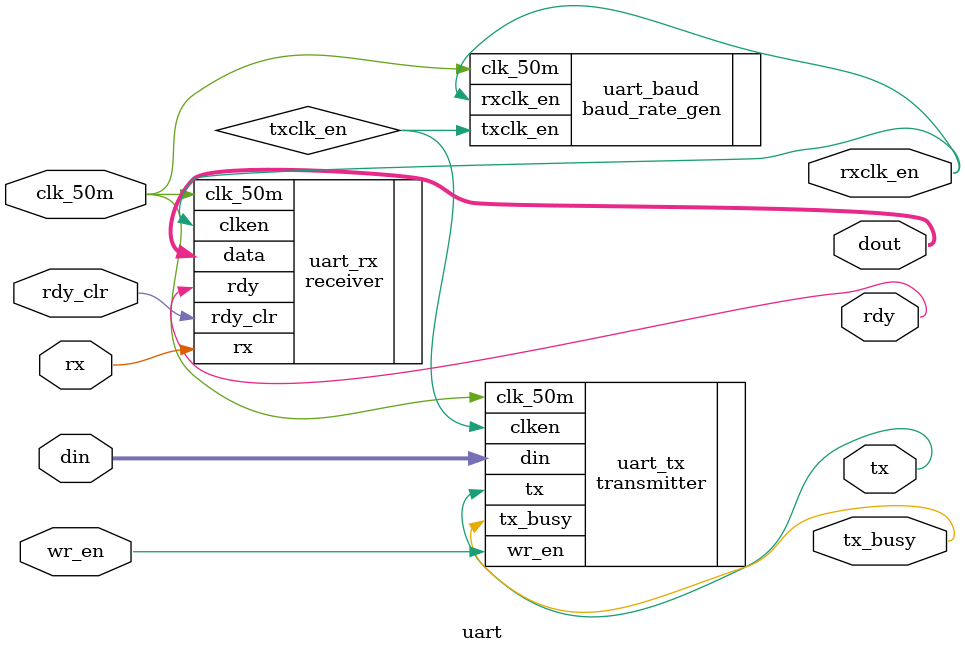
<source format=v>
/* codigo extraido do repositorio https://github.com/jamieiles/uart*/

module uart(input wire [7:0] din,
	    input wire wr_en,
	    input wire clk_50m,
	    output wire tx,
	    output wire tx_busy,
	    input wire rx,
	    output wire rdy,
	    input wire rdy_clr,
	    output wire [7:0] dout, output wire rxclk_en);

wire txclk_en;

baud_rate_gen uart_baud(.clk_50m(clk_50m),
			.rxclk_en(rxclk_en),
			.txclk_en(txclk_en));
transmitter uart_tx(.din(din),
		    .wr_en(wr_en),
		    .clk_50m(clk_50m),
		    .clken(txclk_en),
		    .tx(tx),
		    .tx_busy(tx_busy));
receiver uart_rx(.rx(rx),
		 .rdy(rdy),
		 .rdy_clr(rdy_clr),
		 .clk_50m(clk_50m),
		 .clken(rxclk_en),
		 .data(dout));

endmodule

</source>
